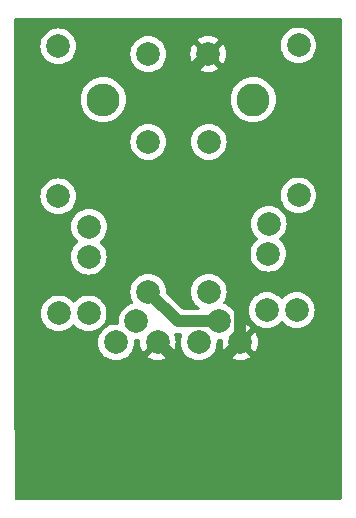
<source format=gbr>
%TF.GenerationSoftware,KiCad,Pcbnew,(7.0.0)*%
%TF.CreationDate,2023-03-16T10:54:00+00:00*%
%TF.ProjectId,kit-soldadura-pcb,6b69742d-736f-46c6-9461-647572612d70,rev?*%
%TF.SameCoordinates,Original*%
%TF.FileFunction,Copper,L1,Top*%
%TF.FilePolarity,Positive*%
%FSLAX46Y46*%
G04 Gerber Fmt 4.6, Leading zero omitted, Abs format (unit mm)*
G04 Created by KiCad (PCBNEW (7.0.0)) date 2023-03-16 10:54:00*
%MOMM*%
%LPD*%
G01*
G04 APERTURE LIST*
%TA.AperFunction,ComponentPad*%
%ADD10C,2.800000*%
%TD*%
%TA.AperFunction,ComponentPad*%
%ADD11O,2.800000X2.800000*%
%TD*%
%TA.AperFunction,ComponentPad*%
%ADD12C,2.000000*%
%TD*%
%TA.AperFunction,Conductor*%
%ADD13C,1.000000*%
%TD*%
G04 APERTURE END LIST*
D10*
%TO.P,D1,1,K*%
%TO.N,PWR*%
X155580000Y-83446137D03*
D11*
%TO.P,D1,2,A*%
%TO.N,Net-(D1-Pad2)*%
X142879999Y-83446136D03*
%TD*%
D12*
%TO.P,D2,1,K*%
%TO.N,Net-(D2-Pad1)*%
X141684268Y-94199069D03*
%TO.P,D2,2,A*%
%TO.N,PWR*%
X141650931Y-96739069D03*
%TD*%
%TO.P,D3,1,K*%
%TO.N,Net-(D3-Pad1)*%
X156899471Y-93946137D03*
%TO.P,D3,2,A*%
%TO.N,PWR*%
X156866134Y-96486137D03*
%TD*%
%TO.P,C2,1*%
%TO.N,Net-(C2-Pad1)*%
X159268394Y-101260000D03*
%TO.P,C2,2*%
%TO.N,Net-(C2-Pad2)*%
X156744119Y-101260000D03*
%TD*%
%TO.P,J1,1,Pin_1*%
%TO.N,Net-(D1-Pad2)*%
X146690000Y-79586137D03*
%TD*%
%TO.P,C1,1*%
%TO.N,Net-(C1-Pad1)*%
X139120803Y-101542872D03*
%TO.P,C1,2*%
%TO.N,Net-(C1-Pad2)*%
X141645078Y-101542872D03*
%TD*%
%TO.P,R1,1*%
%TO.N,Net-(D2-Pad1)*%
X139070000Y-78926137D03*
%TO.P,R1,2*%
%TO.N,Net-(C1-Pad1)*%
X139070000Y-91626137D03*
%TD*%
%TO.P,R3,1*%
%TO.N,PWR*%
X151813379Y-87022752D03*
%TO.P,R3,2*%
%TO.N,Net-(C2-Pad2)*%
X151813379Y-99722752D03*
%TD*%
%TO.P,Q2,1,B*%
%TO.N,Net-(C1-Pad2)*%
X152706691Y-102224500D03*
%TO.P,Q2,2,C*%
%TO.N,Net-(C2-Pad1)*%
X150974992Y-104001373D03*
%TO.P,Q2,3,E*%
%TO.N,GND*%
X154498622Y-103986316D03*
%TD*%
%TO.P,Q1,1,B*%
%TO.N,Net-(C2-Pad2)*%
X145697828Y-102224500D03*
%TO.P,Q1,2,C*%
%TO.N,Net-(C1-Pad1)*%
X143966129Y-104001373D03*
%TO.P,Q1,3,E*%
%TO.N,GND*%
X147489759Y-103986316D03*
%TD*%
%TO.P,R4,1*%
%TO.N,Net-(D3-Pad1)*%
X159415002Y-78850072D03*
%TO.P,R4,2*%
%TO.N,Net-(C2-Pad1)*%
X159415002Y-91550072D03*
%TD*%
%TO.P,J2,1,Pin_1*%
%TO.N,GND*%
X151770000Y-79586137D03*
%TD*%
%TO.P,R2,1*%
%TO.N,PWR*%
X146690000Y-87026775D03*
%TO.P,R2,2*%
%TO.N,Net-(C1-Pad2)*%
X146690000Y-99726775D03*
%TD*%
D13*
%TO.N,GND*%
X147489759Y-103986316D02*
X149683443Y-106180000D01*
X149683443Y-106180000D02*
X152304938Y-106180000D01*
X149230000Y-82126137D02*
X151770000Y-79586137D01*
X152304938Y-106180000D02*
X154498622Y-103986316D01*
X154498622Y-103986316D02*
X154498622Y-99214759D01*
X149230000Y-93946137D02*
X149230000Y-82126137D01*
X154498622Y-99214759D02*
X149230000Y-93946137D01*
%TO.N,Net-(C1-Pad2)*%
X149187725Y-102224500D02*
X152706691Y-102224500D01*
X146690000Y-99726775D02*
X149187725Y-102224500D01*
%TD*%
%TA.AperFunction,Conductor*%
%TO.N,GND*%
G36*
X162997000Y-76536881D02*
G01*
X163043119Y-76583000D01*
X163059999Y-76645998D01*
X163059959Y-95012350D01*
X163059910Y-117194102D01*
X163043022Y-117257115D01*
X162996884Y-117303236D01*
X162933864Y-117320102D01*
X135495833Y-117310193D01*
X135432862Y-117293302D01*
X135386763Y-117247198D01*
X135369879Y-117184224D01*
X135367008Y-105480744D01*
X135366645Y-104001373D01*
X142452964Y-104001373D01*
X142453352Y-104006303D01*
X142471205Y-104233150D01*
X142471206Y-104233158D01*
X142471594Y-104238084D01*
X142472748Y-104242892D01*
X142472749Y-104242896D01*
X142525868Y-104464154D01*
X142525869Y-104464159D01*
X142527024Y-104468967D01*
X142617889Y-104688336D01*
X142741953Y-104890789D01*
X142896160Y-105071342D01*
X142899915Y-105074549D01*
X143057706Y-105209316D01*
X143076713Y-105225549D01*
X143279166Y-105349613D01*
X143498535Y-105440478D01*
X143729418Y-105495908D01*
X143966129Y-105514538D01*
X144202840Y-105495908D01*
X144433723Y-105440478D01*
X144653092Y-105349613D01*
X144855545Y-105225549D01*
X144863289Y-105218935D01*
X146619942Y-105218935D01*
X146628045Y-105226881D01*
X146798803Y-105331522D01*
X146807598Y-105336003D01*
X147017746Y-105423049D01*
X147027132Y-105426099D01*
X147248313Y-105479200D01*
X147258059Y-105480744D01*
X147484829Y-105498591D01*
X147494689Y-105498591D01*
X147721458Y-105480744D01*
X147731204Y-105479200D01*
X147952385Y-105426099D01*
X147961771Y-105423049D01*
X148171921Y-105336002D01*
X148180716Y-105331521D01*
X148351467Y-105226884D01*
X148359573Y-105218935D01*
X148353546Y-105209313D01*
X147501488Y-104357255D01*
X147489758Y-104350483D01*
X147478030Y-104357254D01*
X146625967Y-105209316D01*
X146619942Y-105218935D01*
X144863289Y-105218935D01*
X145036098Y-105071342D01*
X145190305Y-104890789D01*
X145314369Y-104688336D01*
X145405234Y-104468967D01*
X145460664Y-104238084D01*
X145479294Y-104001373D01*
X145468622Y-103865783D01*
X145476022Y-103812291D01*
X145505139Y-103766805D01*
X145550624Y-103737689D01*
X145604121Y-103730290D01*
X145692887Y-103737277D01*
X145692898Y-103737277D01*
X145697828Y-103737665D01*
X145851454Y-103725574D01*
X145904950Y-103732974D01*
X145950435Y-103762090D01*
X145979552Y-103807575D01*
X145986952Y-103861071D01*
X145977484Y-103981385D01*
X145977484Y-103991246D01*
X145995330Y-104218015D01*
X145996874Y-104227761D01*
X146049975Y-104448942D01*
X146053025Y-104458328D01*
X146140071Y-104668476D01*
X146144552Y-104677271D01*
X146249192Y-104848028D01*
X146257138Y-104856131D01*
X146266758Y-104850105D01*
X147400663Y-103716200D01*
X147457147Y-103683588D01*
X147522369Y-103683588D01*
X147578853Y-103716200D01*
X148712756Y-104850103D01*
X148722378Y-104856130D01*
X148730327Y-104848024D01*
X148834964Y-104677273D01*
X148839445Y-104668478D01*
X148926492Y-104458328D01*
X148929542Y-104448942D01*
X148982643Y-104227761D01*
X148984187Y-104218015D01*
X149002034Y-103991246D01*
X149002034Y-103981386D01*
X148984187Y-103754616D01*
X148982643Y-103744870D01*
X148929542Y-103523689D01*
X148926492Y-103514303D01*
X148876461Y-103393516D01*
X148867818Y-103329874D01*
X148891666Y-103270240D01*
X148941810Y-103230108D01*
X149005217Y-103219905D01*
X149187725Y-103237880D01*
X149193888Y-103237273D01*
X149193889Y-103237273D01*
X149231113Y-103233607D01*
X149243462Y-103233000D01*
X149471901Y-103233000D01*
X149531297Y-103247878D01*
X149576666Y-103288998D01*
X149597294Y-103346650D01*
X149588310Y-103407218D01*
X149537781Y-103529205D01*
X149537778Y-103529211D01*
X149535887Y-103533779D01*
X149534733Y-103538582D01*
X149534731Y-103538591D01*
X149481612Y-103759849D01*
X149480457Y-103764662D01*
X149480069Y-103769585D01*
X149480068Y-103769595D01*
X149476708Y-103812291D01*
X149461827Y-104001373D01*
X149462215Y-104006303D01*
X149480068Y-104233150D01*
X149480069Y-104233158D01*
X149480457Y-104238084D01*
X149481611Y-104242892D01*
X149481612Y-104242896D01*
X149534731Y-104464154D01*
X149534732Y-104464159D01*
X149535887Y-104468967D01*
X149626752Y-104688336D01*
X149750816Y-104890789D01*
X149905023Y-105071342D01*
X149908778Y-105074549D01*
X150066569Y-105209316D01*
X150085576Y-105225549D01*
X150288029Y-105349613D01*
X150507398Y-105440478D01*
X150738281Y-105495908D01*
X150974992Y-105514538D01*
X151211703Y-105495908D01*
X151442586Y-105440478D01*
X151661955Y-105349613D01*
X151864408Y-105225549D01*
X151872152Y-105218935D01*
X153628805Y-105218935D01*
X153636908Y-105226881D01*
X153807666Y-105331522D01*
X153816461Y-105336003D01*
X154026609Y-105423049D01*
X154035995Y-105426099D01*
X154257176Y-105479200D01*
X154266922Y-105480744D01*
X154493692Y-105498591D01*
X154503552Y-105498591D01*
X154730321Y-105480744D01*
X154740067Y-105479200D01*
X154961248Y-105426099D01*
X154970634Y-105423049D01*
X155180784Y-105336002D01*
X155189579Y-105331521D01*
X155360330Y-105226884D01*
X155368436Y-105218935D01*
X155362409Y-105209313D01*
X154510351Y-104357255D01*
X154498621Y-104350483D01*
X154486893Y-104357254D01*
X153634830Y-105209316D01*
X153628805Y-105218935D01*
X151872152Y-105218935D01*
X152044961Y-105071342D01*
X152199168Y-104890789D01*
X152323232Y-104688336D01*
X152414097Y-104468967D01*
X152469527Y-104238084D01*
X152488157Y-104001373D01*
X152477485Y-103865783D01*
X152484885Y-103812291D01*
X152514002Y-103766805D01*
X152559487Y-103737689D01*
X152612984Y-103730290D01*
X152701750Y-103737277D01*
X152701761Y-103737277D01*
X152706691Y-103737665D01*
X152860317Y-103725574D01*
X152913813Y-103732974D01*
X152959298Y-103762090D01*
X152988415Y-103807575D01*
X152995815Y-103861071D01*
X152986347Y-103981385D01*
X152986347Y-103991246D01*
X153004193Y-104218015D01*
X153005737Y-104227761D01*
X153058838Y-104448942D01*
X153061888Y-104458328D01*
X153148934Y-104668476D01*
X153153415Y-104677271D01*
X153258055Y-104848028D01*
X153266001Y-104856131D01*
X153275621Y-104850105D01*
X154139412Y-103986315D01*
X154862789Y-103986315D01*
X154869561Y-103998045D01*
X155721619Y-104850103D01*
X155731241Y-104856130D01*
X155739190Y-104848024D01*
X155843827Y-104677273D01*
X155848308Y-104668478D01*
X155935355Y-104458328D01*
X155938405Y-104448942D01*
X155991506Y-104227761D01*
X155993050Y-104218015D01*
X156010897Y-103991246D01*
X156010897Y-103981386D01*
X155993050Y-103754616D01*
X155991506Y-103744870D01*
X155938405Y-103523689D01*
X155935355Y-103514303D01*
X155848309Y-103304155D01*
X155843828Y-103295360D01*
X155739187Y-103124602D01*
X155731241Y-103116499D01*
X155721622Y-103122524D01*
X154869560Y-103974587D01*
X154862789Y-103986315D01*
X154139412Y-103986315D01*
X154498622Y-103627106D01*
X154498621Y-103627106D01*
X155362413Y-102763313D01*
X155368438Y-102753695D01*
X155360334Y-102745749D01*
X155189577Y-102641109D01*
X155180782Y-102636628D01*
X154970634Y-102549582D01*
X154961248Y-102546532D01*
X154740067Y-102493431D01*
X154730321Y-102491887D01*
X154503552Y-102474041D01*
X154493691Y-102474041D01*
X154345459Y-102485706D01*
X154291962Y-102478306D01*
X154246478Y-102449189D01*
X154217362Y-102403704D01*
X154209962Y-102350208D01*
X154211851Y-102326214D01*
X154219856Y-102224500D01*
X154201226Y-101987789D01*
X154145796Y-101756906D01*
X154054931Y-101537537D01*
X153930867Y-101335084D01*
X153906164Y-101306161D01*
X153866739Y-101260000D01*
X155230954Y-101260000D01*
X155231342Y-101264930D01*
X155249195Y-101491777D01*
X155249196Y-101491785D01*
X155249584Y-101496711D01*
X155250738Y-101501519D01*
X155250739Y-101501523D01*
X155303858Y-101722781D01*
X155303859Y-101722786D01*
X155305014Y-101727594D01*
X155306907Y-101732164D01*
X155306908Y-101732167D01*
X155348806Y-101833317D01*
X155395879Y-101946963D01*
X155519943Y-102149416D01*
X155523150Y-102153171D01*
X155523153Y-102153175D01*
X155628607Y-102276645D01*
X155674150Y-102329969D01*
X155677905Y-102333176D01*
X155821538Y-102455851D01*
X155854703Y-102484176D01*
X156057156Y-102608240D01*
X156276525Y-102699105D01*
X156507408Y-102754535D01*
X156744119Y-102773165D01*
X156980830Y-102754535D01*
X157211713Y-102699105D01*
X157431082Y-102608240D01*
X157633535Y-102484176D01*
X157814088Y-102329969D01*
X157910448Y-102217145D01*
X157953504Y-102184553D01*
X158006256Y-102172979D01*
X158059007Y-102184553D01*
X158102067Y-102217149D01*
X158195211Y-102326207D01*
X158195217Y-102326213D01*
X158198425Y-102329969D01*
X158202180Y-102333176D01*
X158345813Y-102455851D01*
X158378978Y-102484176D01*
X158581431Y-102608240D01*
X158800800Y-102699105D01*
X159031683Y-102754535D01*
X159268394Y-102773165D01*
X159505105Y-102754535D01*
X159735988Y-102699105D01*
X159955357Y-102608240D01*
X160157810Y-102484176D01*
X160338363Y-102329969D01*
X160492570Y-102149416D01*
X160616634Y-101946963D01*
X160707499Y-101727594D01*
X160762929Y-101496711D01*
X160781559Y-101260000D01*
X160762929Y-101023289D01*
X160707499Y-100792406D01*
X160616634Y-100573037D01*
X160492570Y-100370584D01*
X160472444Y-100347020D01*
X160341570Y-100193786D01*
X160338363Y-100190031D01*
X160237361Y-100103767D01*
X160161569Y-100039034D01*
X160161565Y-100039031D01*
X160157810Y-100035824D01*
X159955357Y-99911760D01*
X159735988Y-99820895D01*
X159731180Y-99819740D01*
X159731175Y-99819739D01*
X159509917Y-99766620D01*
X159509913Y-99766619D01*
X159505105Y-99765465D01*
X159500179Y-99765077D01*
X159500171Y-99765076D01*
X159273324Y-99747223D01*
X159268394Y-99746835D01*
X159263464Y-99747223D01*
X159036616Y-99765076D01*
X159036606Y-99765077D01*
X159031683Y-99765465D01*
X159026876Y-99766619D01*
X159026870Y-99766620D01*
X158805612Y-99819739D01*
X158805603Y-99819741D01*
X158800800Y-99820895D01*
X158796232Y-99822786D01*
X158796226Y-99822789D01*
X158586005Y-99909865D01*
X158586000Y-99909867D01*
X158581431Y-99911760D01*
X158577211Y-99914345D01*
X158577211Y-99914346D01*
X158383192Y-100033241D01*
X158383186Y-100033245D01*
X158378978Y-100035824D01*
X158375228Y-100039026D01*
X158375218Y-100039034D01*
X158202180Y-100186823D01*
X158202173Y-100186829D01*
X158198425Y-100190031D01*
X158195223Y-100193779D01*
X158195217Y-100193786D01*
X158102067Y-100302851D01*
X158059007Y-100335446D01*
X158006256Y-100347020D01*
X157953505Y-100335446D01*
X157910445Y-100302850D01*
X157817301Y-100193792D01*
X157817295Y-100193786D01*
X157814088Y-100190031D01*
X157713086Y-100103767D01*
X157637294Y-100039034D01*
X157637290Y-100039031D01*
X157633535Y-100035824D01*
X157431082Y-99911760D01*
X157211713Y-99820895D01*
X157206905Y-99819740D01*
X157206900Y-99819739D01*
X156985642Y-99766620D01*
X156985638Y-99766619D01*
X156980830Y-99765465D01*
X156975904Y-99765077D01*
X156975896Y-99765076D01*
X156749049Y-99747223D01*
X156744119Y-99746835D01*
X156739189Y-99747223D01*
X156512341Y-99765076D01*
X156512331Y-99765077D01*
X156507408Y-99765465D01*
X156502601Y-99766619D01*
X156502595Y-99766620D01*
X156281337Y-99819739D01*
X156281328Y-99819741D01*
X156276525Y-99820895D01*
X156271957Y-99822786D01*
X156271951Y-99822789D01*
X156061730Y-99909865D01*
X156061725Y-99909867D01*
X156057156Y-99911760D01*
X156052936Y-99914345D01*
X156052936Y-99914346D01*
X155858917Y-100033241D01*
X155858911Y-100033245D01*
X155854703Y-100035824D01*
X155850953Y-100039026D01*
X155850943Y-100039034D01*
X155677905Y-100186823D01*
X155677898Y-100186829D01*
X155674150Y-100190031D01*
X155670948Y-100193779D01*
X155670942Y-100193786D01*
X155523153Y-100366824D01*
X155523145Y-100366834D01*
X155519943Y-100370584D01*
X155517364Y-100374792D01*
X155517360Y-100374798D01*
X155399873Y-100566519D01*
X155395879Y-100573037D01*
X155393986Y-100577606D01*
X155393984Y-100577611D01*
X155306908Y-100787832D01*
X155306905Y-100787838D01*
X155305014Y-100792406D01*
X155303860Y-100797209D01*
X155303858Y-100797218D01*
X155250739Y-101018476D01*
X155249584Y-101023289D01*
X155249196Y-101028212D01*
X155249195Y-101028222D01*
X155235172Y-101206409D01*
X155230954Y-101260000D01*
X153866739Y-101260000D01*
X153779867Y-101158286D01*
X153776660Y-101154531D01*
X153678849Y-101070992D01*
X153599866Y-101003534D01*
X153599862Y-101003531D01*
X153596107Y-101000324D01*
X153393654Y-100876260D01*
X153334334Y-100851689D01*
X153178858Y-100787289D01*
X153178855Y-100787288D01*
X153174285Y-100785395D01*
X153169478Y-100784241D01*
X153169463Y-100784236D01*
X153131183Y-100775046D01*
X153078767Y-100748339D01*
X153044189Y-100700745D01*
X153034986Y-100642641D01*
X153053165Y-100586694D01*
X153161619Y-100409715D01*
X153252484Y-100190346D01*
X153307914Y-99959463D01*
X153326544Y-99722752D01*
X153307914Y-99486041D01*
X153252484Y-99255158D01*
X153161619Y-99035789D01*
X153037555Y-98833336D01*
X152883348Y-98652783D01*
X152711264Y-98505809D01*
X152706554Y-98501786D01*
X152706550Y-98501783D01*
X152702795Y-98498576D01*
X152500342Y-98374512D01*
X152295258Y-98289564D01*
X152285546Y-98285541D01*
X152285543Y-98285540D01*
X152280973Y-98283647D01*
X152276165Y-98282492D01*
X152276160Y-98282491D01*
X152054902Y-98229372D01*
X152054898Y-98229371D01*
X152050090Y-98228217D01*
X152045164Y-98227829D01*
X152045156Y-98227828D01*
X151818309Y-98209975D01*
X151813379Y-98209587D01*
X151808449Y-98209975D01*
X151581601Y-98227828D01*
X151581591Y-98227829D01*
X151576668Y-98228217D01*
X151571861Y-98229371D01*
X151571855Y-98229372D01*
X151350597Y-98282491D01*
X151350588Y-98282493D01*
X151345785Y-98283647D01*
X151341217Y-98285538D01*
X151341211Y-98285541D01*
X151130990Y-98372617D01*
X151130985Y-98372619D01*
X151126416Y-98374512D01*
X151122196Y-98377097D01*
X151122196Y-98377098D01*
X150928177Y-98495993D01*
X150928171Y-98495997D01*
X150923963Y-98498576D01*
X150920213Y-98501778D01*
X150920203Y-98501786D01*
X150747165Y-98649575D01*
X150747158Y-98649581D01*
X150743410Y-98652783D01*
X150740208Y-98656531D01*
X150740202Y-98656538D01*
X150592413Y-98829576D01*
X150592405Y-98829586D01*
X150589203Y-98833336D01*
X150586624Y-98837544D01*
X150586620Y-98837550D01*
X150584155Y-98841573D01*
X150465139Y-99035789D01*
X150463246Y-99040358D01*
X150463244Y-99040363D01*
X150376168Y-99250584D01*
X150376165Y-99250590D01*
X150374274Y-99255158D01*
X150373120Y-99259961D01*
X150373118Y-99259970D01*
X150319999Y-99481228D01*
X150318844Y-99486041D01*
X150318456Y-99490964D01*
X150318455Y-99490974D01*
X150300602Y-99717822D01*
X150300214Y-99722752D01*
X150300602Y-99727682D01*
X150318455Y-99954529D01*
X150318456Y-99954537D01*
X150318844Y-99959463D01*
X150319998Y-99964271D01*
X150319999Y-99964275D01*
X150373118Y-100185533D01*
X150373119Y-100185538D01*
X150374274Y-100190346D01*
X150376167Y-100194916D01*
X150376168Y-100194919D01*
X150420874Y-100302850D01*
X150465139Y-100409715D01*
X150589203Y-100612168D01*
X150592410Y-100615923D01*
X150592413Y-100615927D01*
X150688274Y-100728165D01*
X150743410Y-100792721D01*
X150747165Y-100795928D01*
X150817393Y-100855909D01*
X150923963Y-100946928D01*
X150928184Y-100949515D01*
X150928186Y-100949516D01*
X150982120Y-100982568D01*
X151026700Y-101029299D01*
X151042269Y-101091979D01*
X151024738Y-101154139D01*
X150978713Y-101199448D01*
X150916285Y-101216000D01*
X149657650Y-101216000D01*
X149609432Y-101206409D01*
X149568555Y-101179095D01*
X148237896Y-99848437D01*
X148208778Y-99802950D01*
X148201380Y-99749450D01*
X148201556Y-99747223D01*
X148203165Y-99726775D01*
X148184535Y-99490064D01*
X148129105Y-99259181D01*
X148038240Y-99039812D01*
X147914176Y-98837359D01*
X147759969Y-98656806D01*
X147751503Y-98649575D01*
X147583175Y-98505809D01*
X147583171Y-98505806D01*
X147579416Y-98502599D01*
X147376963Y-98378535D01*
X147157594Y-98287670D01*
X147152786Y-98286515D01*
X147152781Y-98286514D01*
X146931523Y-98233395D01*
X146931519Y-98233394D01*
X146926711Y-98232240D01*
X146921785Y-98231852D01*
X146921777Y-98231851D01*
X146694930Y-98213998D01*
X146690000Y-98213610D01*
X146685070Y-98213998D01*
X146458222Y-98231851D01*
X146458212Y-98231852D01*
X146453289Y-98232240D01*
X146448482Y-98233394D01*
X146448476Y-98233395D01*
X146227218Y-98286514D01*
X146227209Y-98286516D01*
X146222406Y-98287670D01*
X146217838Y-98289561D01*
X146217832Y-98289564D01*
X146007611Y-98376640D01*
X146007606Y-98376642D01*
X146003037Y-98378535D01*
X145998817Y-98381120D01*
X145998817Y-98381121D01*
X145804798Y-98500016D01*
X145804792Y-98500020D01*
X145800584Y-98502599D01*
X145796834Y-98505801D01*
X145796824Y-98505809D01*
X145623786Y-98653598D01*
X145623779Y-98653604D01*
X145620031Y-98656806D01*
X145616829Y-98660554D01*
X145616823Y-98660561D01*
X145469034Y-98833599D01*
X145469026Y-98833609D01*
X145465824Y-98837359D01*
X145463245Y-98841567D01*
X145463241Y-98841573D01*
X145346811Y-99031569D01*
X145341760Y-99039812D01*
X145339867Y-99044381D01*
X145339865Y-99044386D01*
X145252789Y-99254607D01*
X145252786Y-99254613D01*
X145250895Y-99259181D01*
X145249741Y-99263984D01*
X145249739Y-99263993D01*
X145197586Y-99481228D01*
X145195465Y-99490064D01*
X145195077Y-99494987D01*
X145195076Y-99494997D01*
X145177540Y-99717822D01*
X145176835Y-99726775D01*
X145177223Y-99731705D01*
X145195076Y-99958552D01*
X145195077Y-99958560D01*
X145195465Y-99963486D01*
X145196619Y-99968294D01*
X145196620Y-99968298D01*
X145249739Y-100189556D01*
X145249740Y-100189561D01*
X145250895Y-100194369D01*
X145341760Y-100413738D01*
X145344342Y-100417952D01*
X145344350Y-100417967D01*
X145435384Y-100566519D01*
X145453564Y-100622468D01*
X145444361Y-100680572D01*
X145409783Y-100728165D01*
X145357366Y-100754873D01*
X145235046Y-100784239D01*
X145235037Y-100784241D01*
X145230234Y-100785395D01*
X145225666Y-100787286D01*
X145225660Y-100787289D01*
X145015439Y-100874365D01*
X145015434Y-100874367D01*
X145010865Y-100876260D01*
X145006645Y-100878845D01*
X145006645Y-100878846D01*
X144812626Y-100997741D01*
X144812620Y-100997745D01*
X144808412Y-101000324D01*
X144804662Y-101003526D01*
X144804652Y-101003534D01*
X144631614Y-101151323D01*
X144631607Y-101151329D01*
X144627859Y-101154531D01*
X144624657Y-101158279D01*
X144624651Y-101158286D01*
X144476862Y-101331324D01*
X144476854Y-101331334D01*
X144473652Y-101335084D01*
X144471073Y-101339292D01*
X144471069Y-101339298D01*
X144352174Y-101533317D01*
X144349588Y-101537537D01*
X144347695Y-101542106D01*
X144347693Y-101542111D01*
X144260617Y-101752332D01*
X144260614Y-101752338D01*
X144258723Y-101756906D01*
X144257569Y-101761709D01*
X144257567Y-101761718D01*
X144205622Y-101978086D01*
X144203293Y-101987789D01*
X144202905Y-101992712D01*
X144202904Y-101992722D01*
X144188718Y-102172979D01*
X144184663Y-102224500D01*
X144185051Y-102229430D01*
X144195334Y-102360085D01*
X144187934Y-102413582D01*
X144158817Y-102459066D01*
X144113333Y-102488183D01*
X144059836Y-102495583D01*
X143971059Y-102488596D01*
X143966129Y-102488208D01*
X143961199Y-102488596D01*
X143734351Y-102506449D01*
X143734341Y-102506450D01*
X143729418Y-102506838D01*
X143724611Y-102507992D01*
X143724605Y-102507993D01*
X143503347Y-102561112D01*
X143503338Y-102561114D01*
X143498535Y-102562268D01*
X143493967Y-102564159D01*
X143493961Y-102564162D01*
X143283740Y-102651238D01*
X143283735Y-102651240D01*
X143279166Y-102653133D01*
X143274946Y-102655718D01*
X143274946Y-102655719D01*
X143080927Y-102774614D01*
X143080921Y-102774618D01*
X143076713Y-102777197D01*
X143072963Y-102780399D01*
X143072953Y-102780407D01*
X142899915Y-102928196D01*
X142899908Y-102928202D01*
X142896160Y-102931404D01*
X142892958Y-102935152D01*
X142892952Y-102935159D01*
X142745163Y-103108197D01*
X142745155Y-103108207D01*
X142741953Y-103111957D01*
X142739374Y-103116165D01*
X142739370Y-103116171D01*
X142630109Y-103294469D01*
X142617889Y-103314410D01*
X142615996Y-103318979D01*
X142615994Y-103318984D01*
X142528918Y-103529205D01*
X142528915Y-103529211D01*
X142527024Y-103533779D01*
X142525870Y-103538582D01*
X142525868Y-103538591D01*
X142472749Y-103759849D01*
X142471594Y-103764662D01*
X142471206Y-103769585D01*
X142471205Y-103769595D01*
X142467845Y-103812291D01*
X142452964Y-104001373D01*
X135366645Y-104001373D01*
X135366042Y-101542872D01*
X137607638Y-101542872D01*
X137608026Y-101547802D01*
X137625879Y-101774649D01*
X137625880Y-101774657D01*
X137626268Y-101779583D01*
X137627422Y-101784391D01*
X137627423Y-101784395D01*
X137680542Y-102005653D01*
X137680543Y-102005658D01*
X137681698Y-102010466D01*
X137772563Y-102229835D01*
X137896627Y-102432288D01*
X137899834Y-102436043D01*
X137899837Y-102436047D01*
X138009258Y-102564162D01*
X138050834Y-102612841D01*
X138054589Y-102616048D01*
X138227013Y-102763313D01*
X138231387Y-102767048D01*
X138433840Y-102891112D01*
X138653209Y-102981977D01*
X138884092Y-103037407D01*
X139120803Y-103056037D01*
X139357514Y-103037407D01*
X139588397Y-102981977D01*
X139807766Y-102891112D01*
X140010219Y-102767048D01*
X140190772Y-102612841D01*
X140287132Y-102500017D01*
X140330188Y-102467425D01*
X140382940Y-102455851D01*
X140435691Y-102467425D01*
X140478751Y-102500021D01*
X140571895Y-102609079D01*
X140571901Y-102609085D01*
X140575109Y-102612841D01*
X140578864Y-102616048D01*
X140751288Y-102763313D01*
X140755662Y-102767048D01*
X140958115Y-102891112D01*
X141177484Y-102981977D01*
X141408367Y-103037407D01*
X141645078Y-103056037D01*
X141881789Y-103037407D01*
X142112672Y-102981977D01*
X142332041Y-102891112D01*
X142534494Y-102767048D01*
X142715047Y-102612841D01*
X142869254Y-102432288D01*
X142993318Y-102229835D01*
X143084183Y-102010466D01*
X143139613Y-101779583D01*
X143158243Y-101542872D01*
X143139613Y-101306161D01*
X143084183Y-101075278D01*
X142993318Y-100855909D01*
X142869254Y-100653456D01*
X142849128Y-100629892D01*
X142718254Y-100476658D01*
X142715047Y-100472903D01*
X142667778Y-100432531D01*
X142538253Y-100321906D01*
X142538249Y-100321903D01*
X142534494Y-100318696D01*
X142332041Y-100194632D01*
X142112672Y-100103767D01*
X142107864Y-100102612D01*
X142107859Y-100102611D01*
X141886601Y-100049492D01*
X141886597Y-100049491D01*
X141881789Y-100048337D01*
X141876863Y-100047949D01*
X141876855Y-100047948D01*
X141650008Y-100030095D01*
X141645078Y-100029707D01*
X141640148Y-100030095D01*
X141413300Y-100047948D01*
X141413290Y-100047949D01*
X141408367Y-100048337D01*
X141403560Y-100049491D01*
X141403554Y-100049492D01*
X141182296Y-100102611D01*
X141182287Y-100102613D01*
X141177484Y-100103767D01*
X141172916Y-100105658D01*
X141172910Y-100105661D01*
X140962689Y-100192737D01*
X140962684Y-100192739D01*
X140958115Y-100194632D01*
X140953895Y-100197217D01*
X140953895Y-100197218D01*
X140759876Y-100316113D01*
X140759870Y-100316117D01*
X140755662Y-100318696D01*
X140751912Y-100321898D01*
X140751902Y-100321906D01*
X140578864Y-100469695D01*
X140578857Y-100469701D01*
X140575109Y-100472903D01*
X140571907Y-100476651D01*
X140571901Y-100476658D01*
X140478751Y-100585723D01*
X140435691Y-100618318D01*
X140382940Y-100629892D01*
X140330189Y-100618318D01*
X140287129Y-100585722D01*
X140193985Y-100476664D01*
X140193979Y-100476658D01*
X140190772Y-100472903D01*
X140143503Y-100432531D01*
X140013978Y-100321906D01*
X140013974Y-100321903D01*
X140010219Y-100318696D01*
X139807766Y-100194632D01*
X139588397Y-100103767D01*
X139583589Y-100102612D01*
X139583584Y-100102611D01*
X139362326Y-100049492D01*
X139362322Y-100049491D01*
X139357514Y-100048337D01*
X139352588Y-100047949D01*
X139352580Y-100047948D01*
X139125733Y-100030095D01*
X139120803Y-100029707D01*
X139115873Y-100030095D01*
X138889025Y-100047948D01*
X138889015Y-100047949D01*
X138884092Y-100048337D01*
X138879285Y-100049491D01*
X138879279Y-100049492D01*
X138658021Y-100102611D01*
X138658012Y-100102613D01*
X138653209Y-100103767D01*
X138648641Y-100105658D01*
X138648635Y-100105661D01*
X138438414Y-100192737D01*
X138438409Y-100192739D01*
X138433840Y-100194632D01*
X138429620Y-100197217D01*
X138429620Y-100197218D01*
X138235601Y-100316113D01*
X138235595Y-100316117D01*
X138231387Y-100318696D01*
X138227637Y-100321898D01*
X138227627Y-100321906D01*
X138054589Y-100469695D01*
X138054582Y-100469701D01*
X138050834Y-100472903D01*
X138047632Y-100476651D01*
X138047626Y-100476658D01*
X137899837Y-100649696D01*
X137899829Y-100649706D01*
X137896627Y-100653456D01*
X137894048Y-100657664D01*
X137894044Y-100657670D01*
X137808529Y-100797218D01*
X137772563Y-100855909D01*
X137770670Y-100860478D01*
X137770668Y-100860483D01*
X137683592Y-101070704D01*
X137683589Y-101070710D01*
X137681698Y-101075278D01*
X137680544Y-101080081D01*
X137680542Y-101080090D01*
X137627423Y-101301348D01*
X137626268Y-101306161D01*
X137625880Y-101311084D01*
X137625879Y-101311094D01*
X137613843Y-101464035D01*
X137607638Y-101542872D01*
X135366042Y-101542872D01*
X135364864Y-96739069D01*
X140137766Y-96739069D01*
X140138154Y-96743999D01*
X140156007Y-96970846D01*
X140156008Y-96970854D01*
X140156396Y-96975780D01*
X140157550Y-96980588D01*
X140157551Y-96980592D01*
X140210670Y-97201850D01*
X140210671Y-97201855D01*
X140211826Y-97206663D01*
X140302691Y-97426032D01*
X140426755Y-97628485D01*
X140429962Y-97632240D01*
X140429965Y-97632244D01*
X140498848Y-97712895D01*
X140580962Y-97809038D01*
X140584717Y-97812245D01*
X140718371Y-97926397D01*
X140761515Y-97963245D01*
X140963968Y-98087309D01*
X141183337Y-98178174D01*
X141414220Y-98233604D01*
X141650931Y-98252234D01*
X141887642Y-98233604D01*
X142118525Y-98178174D01*
X142337894Y-98087309D01*
X142540347Y-97963245D01*
X142720900Y-97809038D01*
X142875107Y-97628485D01*
X142999171Y-97426032D01*
X143090036Y-97206663D01*
X143145466Y-96975780D01*
X143164096Y-96739069D01*
X143145466Y-96502358D01*
X143141572Y-96486137D01*
X155352969Y-96486137D01*
X155353357Y-96491067D01*
X155371210Y-96717914D01*
X155371211Y-96717922D01*
X155371599Y-96722848D01*
X155372753Y-96727656D01*
X155372754Y-96727660D01*
X155425873Y-96948918D01*
X155425874Y-96948923D01*
X155427029Y-96953731D01*
X155517894Y-97173100D01*
X155641958Y-97375553D01*
X155645165Y-97379308D01*
X155645168Y-97379312D01*
X155792957Y-97552350D01*
X155796165Y-97556106D01*
X155976718Y-97710313D01*
X156179171Y-97834377D01*
X156398540Y-97925242D01*
X156629423Y-97980672D01*
X156866134Y-97999302D01*
X157102845Y-97980672D01*
X157333728Y-97925242D01*
X157553097Y-97834377D01*
X157755550Y-97710313D01*
X157936103Y-97556106D01*
X158090310Y-97375553D01*
X158214374Y-97173100D01*
X158305239Y-96953731D01*
X158360669Y-96722848D01*
X158379299Y-96486137D01*
X158360669Y-96249426D01*
X158305239Y-96018543D01*
X158214374Y-95799174D01*
X158090310Y-95596721D01*
X157993443Y-95483305D01*
X157939310Y-95419923D01*
X157936103Y-95416168D01*
X157932347Y-95412960D01*
X157932341Y-95412954D01*
X157830746Y-95326184D01*
X157798150Y-95283124D01*
X157786576Y-95230373D01*
X157798150Y-95177622D01*
X157830746Y-95134562D01*
X157965678Y-95019319D01*
X157965677Y-95019319D01*
X157969440Y-95016106D01*
X158123647Y-94835553D01*
X158247711Y-94633100D01*
X158338576Y-94413731D01*
X158394006Y-94182848D01*
X158412636Y-93946137D01*
X158394006Y-93709426D01*
X158338576Y-93478543D01*
X158247711Y-93259174D01*
X158123647Y-93056721D01*
X158112313Y-93043451D01*
X157972647Y-92879923D01*
X157969440Y-92876168D01*
X157935408Y-92847102D01*
X157792646Y-92725171D01*
X157792642Y-92725168D01*
X157788887Y-92721961D01*
X157586434Y-92597897D01*
X157367065Y-92507032D01*
X157362257Y-92505877D01*
X157362252Y-92505876D01*
X157140994Y-92452757D01*
X157140990Y-92452756D01*
X157136182Y-92451602D01*
X157131256Y-92451214D01*
X157131248Y-92451213D01*
X156904401Y-92433360D01*
X156899471Y-92432972D01*
X156894541Y-92433360D01*
X156667693Y-92451213D01*
X156667683Y-92451214D01*
X156662760Y-92451602D01*
X156657953Y-92452756D01*
X156657947Y-92452757D01*
X156436689Y-92505876D01*
X156436680Y-92505878D01*
X156431877Y-92507032D01*
X156427309Y-92508923D01*
X156427303Y-92508926D01*
X156217082Y-92596002D01*
X156217077Y-92596004D01*
X156212508Y-92597897D01*
X156208288Y-92600482D01*
X156208288Y-92600483D01*
X156014269Y-92719378D01*
X156014263Y-92719382D01*
X156010055Y-92721961D01*
X156006305Y-92725163D01*
X156006295Y-92725171D01*
X155833257Y-92872960D01*
X155833250Y-92872966D01*
X155829502Y-92876168D01*
X155826300Y-92879916D01*
X155826294Y-92879923D01*
X155678505Y-93052961D01*
X155678497Y-93052971D01*
X155675295Y-93056721D01*
X155672716Y-93060929D01*
X155672712Y-93060935D01*
X155624689Y-93139302D01*
X155551231Y-93259174D01*
X155549338Y-93263743D01*
X155549336Y-93263748D01*
X155462260Y-93473969D01*
X155462257Y-93473975D01*
X155460366Y-93478543D01*
X155459212Y-93483346D01*
X155459210Y-93483355D01*
X155406091Y-93704613D01*
X155404936Y-93709426D01*
X155404548Y-93714349D01*
X155404547Y-93714359D01*
X155386694Y-93941207D01*
X155386306Y-93946137D01*
X155386694Y-93951067D01*
X155404547Y-94177914D01*
X155404548Y-94177922D01*
X155404936Y-94182848D01*
X155406090Y-94187656D01*
X155406091Y-94187660D01*
X155459210Y-94408918D01*
X155459211Y-94408923D01*
X155460366Y-94413731D01*
X155551231Y-94633100D01*
X155675295Y-94835553D01*
X155678502Y-94839308D01*
X155678505Y-94839312D01*
X155826294Y-95012350D01*
X155829502Y-95016106D01*
X155833257Y-95019313D01*
X155833263Y-95019319D01*
X155934858Y-95106089D01*
X155967454Y-95149149D01*
X155979028Y-95201900D01*
X155967454Y-95254651D01*
X155934859Y-95297711D01*
X155799920Y-95412960D01*
X155799913Y-95412966D01*
X155796165Y-95416168D01*
X155792963Y-95419916D01*
X155792957Y-95419923D01*
X155645168Y-95592961D01*
X155645160Y-95592971D01*
X155641958Y-95596721D01*
X155639379Y-95600929D01*
X155639375Y-95600935D01*
X155520480Y-95794954D01*
X155517894Y-95799174D01*
X155516001Y-95803743D01*
X155515999Y-95803748D01*
X155428923Y-96013969D01*
X155428920Y-96013975D01*
X155427029Y-96018543D01*
X155425875Y-96023346D01*
X155425873Y-96023355D01*
X155372754Y-96244613D01*
X155371599Y-96249426D01*
X155371211Y-96254349D01*
X155371210Y-96254359D01*
X155353357Y-96481207D01*
X155352969Y-96486137D01*
X143141572Y-96486137D01*
X143090036Y-96271475D01*
X142999171Y-96052106D01*
X142875107Y-95849653D01*
X142835900Y-95803748D01*
X142724107Y-95672855D01*
X142720900Y-95669100D01*
X142717144Y-95665892D01*
X142717138Y-95665886D01*
X142615543Y-95579116D01*
X142582947Y-95536056D01*
X142571373Y-95483305D01*
X142582947Y-95430554D01*
X142615543Y-95387494D01*
X142750475Y-95272251D01*
X142750474Y-95272251D01*
X142754237Y-95269038D01*
X142908444Y-95088485D01*
X143032508Y-94886032D01*
X143123373Y-94666663D01*
X143178803Y-94435780D01*
X143197433Y-94199069D01*
X143178803Y-93962358D01*
X143123373Y-93731475D01*
X143032508Y-93512106D01*
X142908444Y-93309653D01*
X142869237Y-93263748D01*
X142757444Y-93132855D01*
X142754237Y-93129100D01*
X142743016Y-93119516D01*
X142577443Y-92978103D01*
X142577439Y-92978100D01*
X142573684Y-92974893D01*
X142371231Y-92850829D01*
X142351708Y-92842742D01*
X142156435Y-92761858D01*
X142156432Y-92761857D01*
X142151862Y-92759964D01*
X142147054Y-92758809D01*
X142147049Y-92758808D01*
X141925791Y-92705689D01*
X141925787Y-92705688D01*
X141920979Y-92704534D01*
X141916053Y-92704146D01*
X141916045Y-92704145D01*
X141689198Y-92686292D01*
X141684268Y-92685904D01*
X141679338Y-92686292D01*
X141452490Y-92704145D01*
X141452480Y-92704146D01*
X141447557Y-92704534D01*
X141442750Y-92705688D01*
X141442744Y-92705689D01*
X141221486Y-92758808D01*
X141221477Y-92758810D01*
X141216674Y-92759964D01*
X141212106Y-92761855D01*
X141212100Y-92761858D01*
X141001879Y-92848934D01*
X141001874Y-92848936D01*
X140997305Y-92850829D01*
X140993085Y-92853414D01*
X140993085Y-92853415D01*
X140799066Y-92972310D01*
X140799060Y-92972314D01*
X140794852Y-92974893D01*
X140791102Y-92978095D01*
X140791092Y-92978103D01*
X140618054Y-93125892D01*
X140618047Y-93125898D01*
X140614299Y-93129100D01*
X140611097Y-93132848D01*
X140611091Y-93132855D01*
X140463302Y-93305893D01*
X140463294Y-93305903D01*
X140460092Y-93309653D01*
X140457513Y-93313861D01*
X140457509Y-93313867D01*
X140353647Y-93483355D01*
X140336028Y-93512106D01*
X140334135Y-93516675D01*
X140334133Y-93516680D01*
X140247057Y-93726901D01*
X140247054Y-93726907D01*
X140245163Y-93731475D01*
X140244009Y-93736278D01*
X140244007Y-93736287D01*
X140190888Y-93957545D01*
X140189733Y-93962358D01*
X140189345Y-93967281D01*
X140189344Y-93967291D01*
X140172768Y-94177914D01*
X140171103Y-94199069D01*
X140171491Y-94203999D01*
X140189344Y-94430846D01*
X140189345Y-94430854D01*
X140189733Y-94435780D01*
X140190887Y-94440588D01*
X140190888Y-94440592D01*
X140244007Y-94661850D01*
X140244008Y-94661855D01*
X140245163Y-94666663D01*
X140336028Y-94886032D01*
X140460092Y-95088485D01*
X140463299Y-95092240D01*
X140463302Y-95092244D01*
X140560393Y-95205922D01*
X140614299Y-95269038D01*
X140618054Y-95272245D01*
X140618060Y-95272251D01*
X140719655Y-95359021D01*
X140752251Y-95402081D01*
X140763825Y-95454832D01*
X140752251Y-95507583D01*
X140719656Y-95550643D01*
X140584717Y-95665892D01*
X140584710Y-95665898D01*
X140580962Y-95669100D01*
X140577760Y-95672848D01*
X140577754Y-95672855D01*
X140429965Y-95845893D01*
X140429957Y-95845903D01*
X140426755Y-95849653D01*
X140424176Y-95853861D01*
X140424172Y-95853867D01*
X140320310Y-96023355D01*
X140302691Y-96052106D01*
X140300798Y-96056675D01*
X140300796Y-96056680D01*
X140213720Y-96266901D01*
X140213717Y-96266907D01*
X140211826Y-96271475D01*
X140210672Y-96276278D01*
X140210670Y-96276287D01*
X140157551Y-96497545D01*
X140156396Y-96502358D01*
X140156008Y-96507281D01*
X140156007Y-96507291D01*
X140139431Y-96717914D01*
X140137766Y-96739069D01*
X135364864Y-96739069D01*
X135363610Y-91626137D01*
X137556835Y-91626137D01*
X137557223Y-91631067D01*
X137575076Y-91857914D01*
X137575077Y-91857922D01*
X137575465Y-91862848D01*
X137576619Y-91867656D01*
X137576620Y-91867660D01*
X137629739Y-92088918D01*
X137629740Y-92088923D01*
X137630895Y-92093731D01*
X137721760Y-92313100D01*
X137845824Y-92515553D01*
X138000031Y-92696106D01*
X138009899Y-92704534D01*
X138094546Y-92776830D01*
X138180584Y-92850313D01*
X138383037Y-92974377D01*
X138602406Y-93065242D01*
X138833289Y-93120672D01*
X139070000Y-93139302D01*
X139306711Y-93120672D01*
X139537594Y-93065242D01*
X139756963Y-92974377D01*
X139959416Y-92850313D01*
X140139969Y-92696106D01*
X140294176Y-92515553D01*
X140418240Y-92313100D01*
X140509105Y-92093731D01*
X140564535Y-91862848D01*
X140583165Y-91626137D01*
X140577178Y-91550072D01*
X157901837Y-91550072D01*
X157902225Y-91555002D01*
X157920078Y-91781849D01*
X157920079Y-91781857D01*
X157920467Y-91786783D01*
X157921621Y-91791591D01*
X157921622Y-91791595D01*
X157974741Y-92012853D01*
X157974742Y-92012858D01*
X157975897Y-92017666D01*
X158066762Y-92237035D01*
X158190826Y-92439488D01*
X158194033Y-92443243D01*
X158194036Y-92443247D01*
X158259002Y-92519312D01*
X158345033Y-92620041D01*
X158348788Y-92623248D01*
X158508861Y-92759964D01*
X158525586Y-92774248D01*
X158728039Y-92898312D01*
X158947408Y-92989177D01*
X159178291Y-93044607D01*
X159415002Y-93063237D01*
X159651713Y-93044607D01*
X159882596Y-92989177D01*
X160101965Y-92898312D01*
X160304418Y-92774248D01*
X160484971Y-92620041D01*
X160639178Y-92439488D01*
X160763242Y-92237035D01*
X160854107Y-92017666D01*
X160909537Y-91786783D01*
X160928167Y-91550072D01*
X160909537Y-91313361D01*
X160854107Y-91082478D01*
X160763242Y-90863109D01*
X160639178Y-90660656D01*
X160484971Y-90480103D01*
X160393479Y-90401961D01*
X160308177Y-90329106D01*
X160308173Y-90329103D01*
X160304418Y-90325896D01*
X160101965Y-90201832D01*
X159932414Y-90131602D01*
X159887169Y-90112861D01*
X159887166Y-90112860D01*
X159882596Y-90110967D01*
X159877788Y-90109812D01*
X159877783Y-90109811D01*
X159656525Y-90056692D01*
X159656521Y-90056691D01*
X159651713Y-90055537D01*
X159646787Y-90055149D01*
X159646779Y-90055148D01*
X159419932Y-90037295D01*
X159415002Y-90036907D01*
X159410072Y-90037295D01*
X159183224Y-90055148D01*
X159183214Y-90055149D01*
X159178291Y-90055537D01*
X159173484Y-90056691D01*
X159173478Y-90056692D01*
X158952220Y-90109811D01*
X158952211Y-90109813D01*
X158947408Y-90110967D01*
X158942840Y-90112858D01*
X158942834Y-90112861D01*
X158732613Y-90199937D01*
X158732608Y-90199939D01*
X158728039Y-90201832D01*
X158723819Y-90204417D01*
X158723819Y-90204418D01*
X158529800Y-90323313D01*
X158529794Y-90323317D01*
X158525586Y-90325896D01*
X158521836Y-90329098D01*
X158521826Y-90329106D01*
X158348788Y-90476895D01*
X158348781Y-90476901D01*
X158345033Y-90480103D01*
X158341831Y-90483851D01*
X158341825Y-90483858D01*
X158194036Y-90656896D01*
X158194028Y-90656906D01*
X158190826Y-90660656D01*
X158188247Y-90664864D01*
X158188243Y-90664870D01*
X158069348Y-90858889D01*
X158066762Y-90863109D01*
X158064869Y-90867678D01*
X158064867Y-90867683D01*
X157977791Y-91077904D01*
X157977788Y-91077910D01*
X157975897Y-91082478D01*
X157974743Y-91087281D01*
X157974741Y-91087290D01*
X157957635Y-91158543D01*
X157920467Y-91313361D01*
X157920079Y-91318284D01*
X157920078Y-91318294D01*
X157914859Y-91384613D01*
X157901837Y-91550072D01*
X140577178Y-91550072D01*
X140564535Y-91389426D01*
X140509105Y-91158543D01*
X140418240Y-90939174D01*
X140294176Y-90736721D01*
X140232809Y-90664870D01*
X140143176Y-90559923D01*
X140139969Y-90556168D01*
X140055305Y-90483858D01*
X139963175Y-90405171D01*
X139963171Y-90405168D01*
X139959416Y-90401961D01*
X139756963Y-90277897D01*
X139537594Y-90187032D01*
X139532786Y-90185877D01*
X139532781Y-90185876D01*
X139311523Y-90132757D01*
X139311519Y-90132756D01*
X139306711Y-90131602D01*
X139301785Y-90131214D01*
X139301777Y-90131213D01*
X139074930Y-90113360D01*
X139070000Y-90112972D01*
X139065070Y-90113360D01*
X138838222Y-90131213D01*
X138838212Y-90131214D01*
X138833289Y-90131602D01*
X138828482Y-90132756D01*
X138828476Y-90132757D01*
X138607218Y-90185876D01*
X138607209Y-90185878D01*
X138602406Y-90187032D01*
X138597838Y-90188923D01*
X138597832Y-90188926D01*
X138387611Y-90276002D01*
X138387606Y-90276004D01*
X138383037Y-90277897D01*
X138378817Y-90280482D01*
X138378817Y-90280483D01*
X138184798Y-90399378D01*
X138184792Y-90399382D01*
X138180584Y-90401961D01*
X138176834Y-90405163D01*
X138176824Y-90405171D01*
X138003786Y-90552960D01*
X138003779Y-90552966D01*
X138000031Y-90556168D01*
X137996829Y-90559916D01*
X137996823Y-90559923D01*
X137849034Y-90732961D01*
X137849026Y-90732971D01*
X137845824Y-90736721D01*
X137843245Y-90740929D01*
X137843241Y-90740935D01*
X137770959Y-90858889D01*
X137721760Y-90939174D01*
X137719867Y-90943743D01*
X137719865Y-90943748D01*
X137632789Y-91153969D01*
X137632786Y-91153975D01*
X137630895Y-91158543D01*
X137629741Y-91163346D01*
X137629739Y-91163355D01*
X137592542Y-91318294D01*
X137575465Y-91389426D01*
X137575077Y-91394349D01*
X137575076Y-91394359D01*
X137557223Y-91621207D01*
X137556835Y-91626137D01*
X135363610Y-91626137D01*
X135362482Y-87026775D01*
X145176835Y-87026775D01*
X145177223Y-87031705D01*
X145195076Y-87258552D01*
X145195077Y-87258560D01*
X145195465Y-87263486D01*
X145196619Y-87268294D01*
X145196620Y-87268298D01*
X145249739Y-87489556D01*
X145249740Y-87489561D01*
X145250895Y-87494369D01*
X145341760Y-87713738D01*
X145465824Y-87916191D01*
X145620031Y-88096744D01*
X145623786Y-88099951D01*
X145795873Y-88246928D01*
X145800584Y-88250951D01*
X146003037Y-88375015D01*
X146222406Y-88465880D01*
X146453289Y-88521310D01*
X146690000Y-88539940D01*
X146926711Y-88521310D01*
X147157594Y-88465880D01*
X147376963Y-88375015D01*
X147579416Y-88250951D01*
X147759969Y-88096744D01*
X147914176Y-87916191D01*
X148038240Y-87713738D01*
X148129105Y-87494369D01*
X148184535Y-87263486D01*
X148203165Y-87026775D01*
X148202848Y-87022752D01*
X150300214Y-87022752D01*
X150300602Y-87027682D01*
X150318455Y-87254529D01*
X150318456Y-87254537D01*
X150318844Y-87259463D01*
X150319998Y-87264271D01*
X150319999Y-87264275D01*
X150373118Y-87485533D01*
X150373119Y-87485538D01*
X150374274Y-87490346D01*
X150376167Y-87494916D01*
X150376168Y-87494919D01*
X150457052Y-87690192D01*
X150465139Y-87709715D01*
X150589203Y-87912168D01*
X150592410Y-87915923D01*
X150592413Y-87915927D01*
X150595849Y-87919950D01*
X150743410Y-88092721D01*
X150923963Y-88246928D01*
X151126416Y-88370992D01*
X151345785Y-88461857D01*
X151576668Y-88517287D01*
X151813379Y-88535917D01*
X152050090Y-88517287D01*
X152280973Y-88461857D01*
X152500342Y-88370992D01*
X152702795Y-88246928D01*
X152883348Y-88092721D01*
X153037555Y-87912168D01*
X153161619Y-87709715D01*
X153252484Y-87490346D01*
X153307914Y-87259463D01*
X153326544Y-87022752D01*
X153307914Y-86786041D01*
X153252484Y-86555158D01*
X153161619Y-86335789D01*
X153037555Y-86133336D01*
X152883348Y-85952783D01*
X152711264Y-85805809D01*
X152706554Y-85801786D01*
X152706550Y-85801783D01*
X152702795Y-85798576D01*
X152500342Y-85674512D01*
X152295258Y-85589564D01*
X152285546Y-85585541D01*
X152285543Y-85585540D01*
X152280973Y-85583647D01*
X152276165Y-85582492D01*
X152276160Y-85582491D01*
X152054902Y-85529372D01*
X152054898Y-85529371D01*
X152050090Y-85528217D01*
X152045164Y-85527829D01*
X152045156Y-85527828D01*
X151818309Y-85509975D01*
X151813379Y-85509587D01*
X151808449Y-85509975D01*
X151581601Y-85527828D01*
X151581591Y-85527829D01*
X151576668Y-85528217D01*
X151571861Y-85529371D01*
X151571855Y-85529372D01*
X151350597Y-85582491D01*
X151350588Y-85582493D01*
X151345785Y-85583647D01*
X151341217Y-85585538D01*
X151341211Y-85585541D01*
X151130990Y-85672617D01*
X151130985Y-85672619D01*
X151126416Y-85674512D01*
X151122196Y-85677097D01*
X151122196Y-85677098D01*
X150928177Y-85795993D01*
X150928171Y-85795997D01*
X150923963Y-85798576D01*
X150920213Y-85801778D01*
X150920203Y-85801786D01*
X150747165Y-85949575D01*
X150747158Y-85949581D01*
X150743410Y-85952783D01*
X150740208Y-85956531D01*
X150740202Y-85956538D01*
X150592413Y-86129576D01*
X150592405Y-86129586D01*
X150589203Y-86133336D01*
X150586624Y-86137544D01*
X150586620Y-86137550D01*
X150584155Y-86141573D01*
X150465139Y-86335789D01*
X150463246Y-86340358D01*
X150463244Y-86340363D01*
X150376168Y-86550584D01*
X150376165Y-86550590D01*
X150374274Y-86555158D01*
X150373120Y-86559961D01*
X150373118Y-86559970D01*
X150319999Y-86781228D01*
X150318844Y-86786041D01*
X150318456Y-86790964D01*
X150318455Y-86790974D01*
X150300602Y-87017822D01*
X150300214Y-87022752D01*
X148202848Y-87022752D01*
X148184535Y-86790064D01*
X148129105Y-86559181D01*
X148038240Y-86339812D01*
X147914176Y-86137359D01*
X147759969Y-85956806D01*
X147751503Y-85949575D01*
X147583175Y-85805809D01*
X147583171Y-85805806D01*
X147579416Y-85802599D01*
X147376963Y-85678535D01*
X147157594Y-85587670D01*
X147152786Y-85586515D01*
X147152781Y-85586514D01*
X146931523Y-85533395D01*
X146931519Y-85533394D01*
X146926711Y-85532240D01*
X146921785Y-85531852D01*
X146921777Y-85531851D01*
X146694930Y-85513998D01*
X146690000Y-85513610D01*
X146685070Y-85513998D01*
X146458222Y-85531851D01*
X146458212Y-85531852D01*
X146453289Y-85532240D01*
X146448482Y-85533394D01*
X146448476Y-85533395D01*
X146227218Y-85586514D01*
X146227209Y-85586516D01*
X146222406Y-85587670D01*
X146217838Y-85589561D01*
X146217832Y-85589564D01*
X146007611Y-85676640D01*
X146007606Y-85676642D01*
X146003037Y-85678535D01*
X145998817Y-85681120D01*
X145998817Y-85681121D01*
X145804798Y-85800016D01*
X145804792Y-85800020D01*
X145800584Y-85802599D01*
X145796834Y-85805801D01*
X145796824Y-85805809D01*
X145623786Y-85953598D01*
X145623779Y-85953604D01*
X145620031Y-85956806D01*
X145616829Y-85960554D01*
X145616823Y-85960561D01*
X145469034Y-86133599D01*
X145469026Y-86133609D01*
X145465824Y-86137359D01*
X145463245Y-86141567D01*
X145463241Y-86141573D01*
X145346811Y-86331569D01*
X145341760Y-86339812D01*
X145339867Y-86344381D01*
X145339865Y-86344386D01*
X145252789Y-86554607D01*
X145252786Y-86554613D01*
X145250895Y-86559181D01*
X145249741Y-86563984D01*
X145249739Y-86563993D01*
X145197586Y-86781228D01*
X145195465Y-86790064D01*
X145195077Y-86794987D01*
X145195076Y-86794997D01*
X145177540Y-87017822D01*
X145176835Y-87026775D01*
X135362482Y-87026775D01*
X135361604Y-83446137D01*
X140966625Y-83446137D01*
X140966946Y-83450625D01*
X140985778Y-83713947D01*
X140985779Y-83713957D01*
X140986100Y-83718439D01*
X141044130Y-83985197D01*
X141045699Y-83989403D01*
X141045700Y-83989407D01*
X141137961Y-84236769D01*
X141137964Y-84236776D01*
X141139533Y-84240982D01*
X141270367Y-84480586D01*
X141433968Y-84699131D01*
X141627006Y-84892169D01*
X141845551Y-85055770D01*
X142085155Y-85186604D01*
X142340940Y-85282007D01*
X142607698Y-85340037D01*
X142880000Y-85359512D01*
X143152302Y-85340037D01*
X143419060Y-85282007D01*
X143674845Y-85186604D01*
X143914449Y-85055770D01*
X144132994Y-84892169D01*
X144326032Y-84699131D01*
X144489633Y-84480586D01*
X144620467Y-84240982D01*
X144715870Y-83985197D01*
X144773900Y-83718439D01*
X144793375Y-83446137D01*
X153666625Y-83446137D01*
X153666946Y-83450625D01*
X153685778Y-83713947D01*
X153685779Y-83713957D01*
X153686100Y-83718439D01*
X153744130Y-83985197D01*
X153745699Y-83989403D01*
X153745700Y-83989407D01*
X153837961Y-84236769D01*
X153837964Y-84236776D01*
X153839533Y-84240982D01*
X153970367Y-84480586D01*
X154133968Y-84699131D01*
X154327006Y-84892169D01*
X154545551Y-85055770D01*
X154785155Y-85186604D01*
X155040940Y-85282007D01*
X155307698Y-85340037D01*
X155580000Y-85359512D01*
X155852302Y-85340037D01*
X156119060Y-85282007D01*
X156374845Y-85186604D01*
X156614449Y-85055770D01*
X156832994Y-84892169D01*
X157026032Y-84699131D01*
X157189633Y-84480586D01*
X157320467Y-84240982D01*
X157415870Y-83985197D01*
X157473900Y-83718439D01*
X157493375Y-83446137D01*
X157473900Y-83173835D01*
X157415870Y-82907077D01*
X157320467Y-82651292D01*
X157189633Y-82411688D01*
X157026032Y-82193143D01*
X156832994Y-82000105D01*
X156614449Y-81836504D01*
X156374845Y-81705670D01*
X156370639Y-81704101D01*
X156370632Y-81704098D01*
X156123270Y-81611837D01*
X156123266Y-81611836D01*
X156119060Y-81610267D01*
X156114665Y-81609311D01*
X156114662Y-81609310D01*
X155856706Y-81553195D01*
X155856705Y-81553194D01*
X155852302Y-81552237D01*
X155847820Y-81551916D01*
X155847810Y-81551915D01*
X155584488Y-81533083D01*
X155580000Y-81532762D01*
X155575512Y-81533083D01*
X155312189Y-81551915D01*
X155312177Y-81551916D01*
X155307698Y-81552237D01*
X155303296Y-81553194D01*
X155303293Y-81553195D01*
X155045337Y-81609310D01*
X155045330Y-81609311D01*
X155040940Y-81610267D01*
X155036736Y-81611834D01*
X155036729Y-81611837D01*
X154789367Y-81704098D01*
X154789355Y-81704103D01*
X154785155Y-81705670D01*
X154781207Y-81707825D01*
X154781202Y-81707828D01*
X154549510Y-81834342D01*
X154545551Y-81836504D01*
X154541948Y-81839200D01*
X154541942Y-81839205D01*
X154330609Y-81997407D01*
X154330602Y-81997413D01*
X154327006Y-82000105D01*
X154323827Y-82003283D01*
X154323820Y-82003290D01*
X154137153Y-82189957D01*
X154137146Y-82189964D01*
X154133968Y-82193143D01*
X154131276Y-82196739D01*
X154131270Y-82196746D01*
X153973068Y-82408079D01*
X153973063Y-82408085D01*
X153970367Y-82411688D01*
X153968206Y-82415644D01*
X153968205Y-82415647D01*
X153841691Y-82647339D01*
X153841688Y-82647344D01*
X153839533Y-82651292D01*
X153837966Y-82655492D01*
X153837961Y-82655504D01*
X153745700Y-82902866D01*
X153745697Y-82902873D01*
X153744130Y-82907077D01*
X153686100Y-83173835D01*
X153685779Y-83178314D01*
X153685778Y-83178326D01*
X153667377Y-83435608D01*
X153666625Y-83446137D01*
X144793375Y-83446137D01*
X144773900Y-83173835D01*
X144715870Y-82907077D01*
X144620467Y-82651292D01*
X144489633Y-82411688D01*
X144326032Y-82193143D01*
X144132994Y-82000105D01*
X143914449Y-81836504D01*
X143674845Y-81705670D01*
X143670639Y-81704101D01*
X143670632Y-81704098D01*
X143423270Y-81611837D01*
X143423266Y-81611836D01*
X143419060Y-81610267D01*
X143414665Y-81609311D01*
X143414662Y-81609310D01*
X143156706Y-81553195D01*
X143156705Y-81553194D01*
X143152302Y-81552237D01*
X143147820Y-81551916D01*
X143147810Y-81551915D01*
X142884488Y-81533083D01*
X142880000Y-81532762D01*
X142875512Y-81533083D01*
X142612189Y-81551915D01*
X142612177Y-81551916D01*
X142607698Y-81552237D01*
X142603296Y-81553194D01*
X142603293Y-81553195D01*
X142345337Y-81609310D01*
X142345330Y-81609311D01*
X142340940Y-81610267D01*
X142336736Y-81611834D01*
X142336729Y-81611837D01*
X142089367Y-81704098D01*
X142089355Y-81704103D01*
X142085155Y-81705670D01*
X142081207Y-81707825D01*
X142081202Y-81707828D01*
X141849510Y-81834342D01*
X141845551Y-81836504D01*
X141841948Y-81839200D01*
X141841942Y-81839205D01*
X141630609Y-81997407D01*
X141630602Y-81997413D01*
X141627006Y-82000105D01*
X141623827Y-82003283D01*
X141623820Y-82003290D01*
X141437153Y-82189957D01*
X141437146Y-82189964D01*
X141433968Y-82193143D01*
X141431276Y-82196739D01*
X141431270Y-82196746D01*
X141273068Y-82408079D01*
X141273063Y-82408085D01*
X141270367Y-82411688D01*
X141268206Y-82415644D01*
X141268205Y-82415647D01*
X141141691Y-82647339D01*
X141141688Y-82647344D01*
X141139533Y-82651292D01*
X141137966Y-82655492D01*
X141137961Y-82655504D01*
X141045700Y-82902866D01*
X141045697Y-82902873D01*
X141044130Y-82907077D01*
X140986100Y-83173835D01*
X140985779Y-83178314D01*
X140985778Y-83178326D01*
X140967377Y-83435608D01*
X140966625Y-83446137D01*
X135361604Y-83446137D01*
X135360495Y-78926137D01*
X137556835Y-78926137D01*
X137557223Y-78931067D01*
X137575076Y-79157914D01*
X137575077Y-79157922D01*
X137575465Y-79162848D01*
X137576619Y-79167656D01*
X137576620Y-79167660D01*
X137629739Y-79388918D01*
X137629740Y-79388923D01*
X137630895Y-79393731D01*
X137721760Y-79613100D01*
X137845824Y-79815553D01*
X137849031Y-79819308D01*
X137849034Y-79819312D01*
X137856164Y-79827660D01*
X138000031Y-79996106D01*
X138003786Y-79999313D01*
X138094546Y-80076830D01*
X138180584Y-80150313D01*
X138383037Y-80274377D01*
X138602406Y-80365242D01*
X138833289Y-80420672D01*
X139070000Y-80439302D01*
X139306711Y-80420672D01*
X139537594Y-80365242D01*
X139756963Y-80274377D01*
X139959416Y-80150313D01*
X140139969Y-79996106D01*
X140294176Y-79815553D01*
X140418240Y-79613100D01*
X140429408Y-79586137D01*
X145176835Y-79586137D01*
X145177223Y-79591067D01*
X145195076Y-79817914D01*
X145195077Y-79817922D01*
X145195465Y-79822848D01*
X145196619Y-79827656D01*
X145196620Y-79827660D01*
X145249739Y-80048918D01*
X145249740Y-80048923D01*
X145250895Y-80053731D01*
X145252788Y-80058301D01*
X145252789Y-80058304D01*
X145333673Y-80253577D01*
X145341760Y-80273100D01*
X145465824Y-80475553D01*
X145620031Y-80656106D01*
X145800584Y-80810313D01*
X146003037Y-80934377D01*
X146222406Y-81025242D01*
X146453289Y-81080672D01*
X146690000Y-81099302D01*
X146926711Y-81080672D01*
X147157594Y-81025242D01*
X147376963Y-80934377D01*
X147565638Y-80818756D01*
X150900183Y-80818756D01*
X150908286Y-80826702D01*
X151079044Y-80931343D01*
X151087839Y-80935824D01*
X151297987Y-81022870D01*
X151307373Y-81025920D01*
X151528554Y-81079021D01*
X151538300Y-81080565D01*
X151765070Y-81098412D01*
X151774930Y-81098412D01*
X152001699Y-81080565D01*
X152011445Y-81079021D01*
X152232626Y-81025920D01*
X152242012Y-81022870D01*
X152452162Y-80935823D01*
X152460957Y-80931342D01*
X152631708Y-80826705D01*
X152639814Y-80818756D01*
X152633787Y-80809134D01*
X151781729Y-79957076D01*
X151769999Y-79950304D01*
X151758271Y-79957075D01*
X150906208Y-80809137D01*
X150900183Y-80818756D01*
X147565638Y-80818756D01*
X147579416Y-80810313D01*
X147759969Y-80656106D01*
X147914176Y-80475553D01*
X148038240Y-80273100D01*
X148129105Y-80053731D01*
X148184535Y-79822848D01*
X148202777Y-79591067D01*
X150257725Y-79591067D01*
X150275571Y-79817836D01*
X150277115Y-79827582D01*
X150330216Y-80048763D01*
X150333266Y-80058149D01*
X150420312Y-80268297D01*
X150424793Y-80277092D01*
X150529433Y-80447849D01*
X150537379Y-80455953D01*
X150546997Y-80449928D01*
X151399059Y-79597867D01*
X151405832Y-79586136D01*
X152134167Y-79586136D01*
X152140939Y-79597866D01*
X152992997Y-80449924D01*
X153002619Y-80455951D01*
X153010568Y-80447845D01*
X153115205Y-80277094D01*
X153119686Y-80268299D01*
X153206733Y-80058149D01*
X153209783Y-80048763D01*
X153262884Y-79827582D01*
X153264428Y-79817836D01*
X153282275Y-79591067D01*
X153282275Y-79581207D01*
X153264428Y-79354437D01*
X153262884Y-79344691D01*
X153209783Y-79123510D01*
X153206733Y-79114124D01*
X153119687Y-78903976D01*
X153115206Y-78895181D01*
X153087563Y-78850072D01*
X157901837Y-78850072D01*
X157902225Y-78855002D01*
X157920078Y-79081849D01*
X157920079Y-79081857D01*
X157920467Y-79086783D01*
X157921621Y-79091591D01*
X157921622Y-79091595D01*
X157974741Y-79312853D01*
X157974742Y-79312858D01*
X157975897Y-79317666D01*
X157977790Y-79322236D01*
X157977791Y-79322239D01*
X157991128Y-79354437D01*
X158066762Y-79537035D01*
X158190826Y-79739488D01*
X158194033Y-79743243D01*
X158194036Y-79743247D01*
X158257808Y-79817914D01*
X158345033Y-79920041D01*
X158348788Y-79923248D01*
X158506736Y-80058149D01*
X158525586Y-80074248D01*
X158728039Y-80198312D01*
X158947408Y-80289177D01*
X159178291Y-80344607D01*
X159415002Y-80363237D01*
X159651713Y-80344607D01*
X159882596Y-80289177D01*
X160101965Y-80198312D01*
X160304418Y-80074248D01*
X160484971Y-79920041D01*
X160639178Y-79739488D01*
X160763242Y-79537035D01*
X160854107Y-79317666D01*
X160909537Y-79086783D01*
X160928167Y-78850072D01*
X160909537Y-78613361D01*
X160854107Y-78382478D01*
X160763242Y-78163109D01*
X160639178Y-77960656D01*
X160484971Y-77780103D01*
X160393479Y-77701961D01*
X160308177Y-77629106D01*
X160308173Y-77629103D01*
X160304418Y-77625896D01*
X160101965Y-77501832D01*
X159932414Y-77431602D01*
X159887169Y-77412861D01*
X159887166Y-77412860D01*
X159882596Y-77410967D01*
X159877788Y-77409812D01*
X159877783Y-77409811D01*
X159656525Y-77356692D01*
X159656521Y-77356691D01*
X159651713Y-77355537D01*
X159646787Y-77355149D01*
X159646779Y-77355148D01*
X159419932Y-77337295D01*
X159415002Y-77336907D01*
X159410072Y-77337295D01*
X159183224Y-77355148D01*
X159183214Y-77355149D01*
X159178291Y-77355537D01*
X159173484Y-77356691D01*
X159173478Y-77356692D01*
X158952220Y-77409811D01*
X158952211Y-77409813D01*
X158947408Y-77410967D01*
X158942840Y-77412858D01*
X158942834Y-77412861D01*
X158732613Y-77499937D01*
X158732608Y-77499939D01*
X158728039Y-77501832D01*
X158723819Y-77504417D01*
X158723819Y-77504418D01*
X158529800Y-77623313D01*
X158529794Y-77623317D01*
X158525586Y-77625896D01*
X158521836Y-77629098D01*
X158521826Y-77629106D01*
X158348788Y-77776895D01*
X158348781Y-77776901D01*
X158345033Y-77780103D01*
X158341831Y-77783851D01*
X158341825Y-77783858D01*
X158194036Y-77956896D01*
X158194028Y-77956906D01*
X158190826Y-77960656D01*
X158188247Y-77964864D01*
X158188243Y-77964870D01*
X158077322Y-78145876D01*
X158066762Y-78163109D01*
X158064869Y-78167678D01*
X158064867Y-78167683D01*
X157977791Y-78377904D01*
X157977788Y-78377910D01*
X157975897Y-78382478D01*
X157974743Y-78387281D01*
X157974741Y-78387290D01*
X157942899Y-78519923D01*
X157920467Y-78613361D01*
X157920079Y-78618284D01*
X157920078Y-78618294D01*
X157911889Y-78722346D01*
X157901837Y-78850072D01*
X153087563Y-78850072D01*
X153010565Y-78724423D01*
X153002619Y-78716320D01*
X152993000Y-78722345D01*
X152140938Y-79574408D01*
X152134167Y-79586136D01*
X151405832Y-79586136D01*
X151399060Y-79574407D01*
X150546999Y-78722346D01*
X150537378Y-78716320D01*
X150529433Y-78724422D01*
X150424793Y-78895181D01*
X150420312Y-78903976D01*
X150333266Y-79114124D01*
X150330216Y-79123510D01*
X150277115Y-79344691D01*
X150275571Y-79354437D01*
X150257725Y-79581207D01*
X150257725Y-79591067D01*
X148202777Y-79591067D01*
X148203165Y-79586137D01*
X148184535Y-79349426D01*
X148129105Y-79118543D01*
X148038240Y-78899174D01*
X147914176Y-78696721D01*
X147907945Y-78689426D01*
X147763176Y-78519923D01*
X147759969Y-78516168D01*
X147692499Y-78458543D01*
X147583175Y-78365171D01*
X147583171Y-78365168D01*
X147579416Y-78361961D01*
X147565633Y-78353515D01*
X150900183Y-78353515D01*
X150906209Y-78363136D01*
X151758270Y-79215197D01*
X151769999Y-79221969D01*
X151781730Y-79215196D01*
X152633791Y-78363134D01*
X152639816Y-78353516D01*
X152631712Y-78345570D01*
X152460955Y-78240930D01*
X152452160Y-78236449D01*
X152242012Y-78149403D01*
X152232626Y-78146353D01*
X152011445Y-78093252D01*
X152001699Y-78091708D01*
X151774930Y-78073862D01*
X151765070Y-78073862D01*
X151538300Y-78091708D01*
X151528554Y-78093252D01*
X151307373Y-78146353D01*
X151297987Y-78149403D01*
X151087839Y-78236449D01*
X151079044Y-78240930D01*
X150908285Y-78345570D01*
X150900183Y-78353515D01*
X147565633Y-78353515D01*
X147376963Y-78237897D01*
X147357440Y-78229810D01*
X147162167Y-78148926D01*
X147162164Y-78148925D01*
X147157594Y-78147032D01*
X147152786Y-78145877D01*
X147152781Y-78145876D01*
X146931523Y-78092757D01*
X146931519Y-78092756D01*
X146926711Y-78091602D01*
X146921785Y-78091214D01*
X146921777Y-78091213D01*
X146694930Y-78073360D01*
X146690000Y-78072972D01*
X146685070Y-78073360D01*
X146458222Y-78091213D01*
X146458212Y-78091214D01*
X146453289Y-78091602D01*
X146448482Y-78092756D01*
X146448476Y-78092757D01*
X146227218Y-78145876D01*
X146227209Y-78145878D01*
X146222406Y-78147032D01*
X146217838Y-78148923D01*
X146217832Y-78148926D01*
X146007611Y-78236002D01*
X146007606Y-78236004D01*
X146003037Y-78237897D01*
X145998817Y-78240482D01*
X145998817Y-78240483D01*
X145804798Y-78359378D01*
X145804792Y-78359382D01*
X145800584Y-78361961D01*
X145796834Y-78365163D01*
X145796824Y-78365171D01*
X145623786Y-78512960D01*
X145623779Y-78512966D01*
X145620031Y-78516168D01*
X145616829Y-78519916D01*
X145616823Y-78519923D01*
X145469034Y-78692961D01*
X145469026Y-78692971D01*
X145465824Y-78696721D01*
X145463245Y-78700929D01*
X145463241Y-78700935D01*
X145448848Y-78724423D01*
X145341760Y-78899174D01*
X145339867Y-78903743D01*
X145339865Y-78903748D01*
X145252789Y-79113969D01*
X145252786Y-79113975D01*
X145250895Y-79118543D01*
X145249741Y-79123346D01*
X145249739Y-79123355D01*
X145196620Y-79344613D01*
X145195465Y-79349426D01*
X145195077Y-79354349D01*
X145195076Y-79354359D01*
X145180367Y-79541254D01*
X145176835Y-79586137D01*
X140429408Y-79586137D01*
X140509105Y-79393731D01*
X140564535Y-79162848D01*
X140583165Y-78926137D01*
X140564535Y-78689426D01*
X140509105Y-78458543D01*
X140418240Y-78239174D01*
X140294176Y-78036721D01*
X140232809Y-77964870D01*
X140143176Y-77859923D01*
X140139969Y-77856168D01*
X140055305Y-77783858D01*
X139963175Y-77705171D01*
X139963171Y-77705168D01*
X139959416Y-77701961D01*
X139756963Y-77577897D01*
X139537594Y-77487032D01*
X139532786Y-77485877D01*
X139532781Y-77485876D01*
X139311523Y-77432757D01*
X139311519Y-77432756D01*
X139306711Y-77431602D01*
X139301785Y-77431214D01*
X139301777Y-77431213D01*
X139074930Y-77413360D01*
X139070000Y-77412972D01*
X139065070Y-77413360D01*
X138838222Y-77431213D01*
X138838212Y-77431214D01*
X138833289Y-77431602D01*
X138828482Y-77432756D01*
X138828476Y-77432757D01*
X138607218Y-77485876D01*
X138607209Y-77485878D01*
X138602406Y-77487032D01*
X138597838Y-77488923D01*
X138597832Y-77488926D01*
X138387611Y-77576002D01*
X138387606Y-77576004D01*
X138383037Y-77577897D01*
X138378817Y-77580482D01*
X138378817Y-77580483D01*
X138184798Y-77699378D01*
X138184792Y-77699382D01*
X138180584Y-77701961D01*
X138176834Y-77705163D01*
X138176824Y-77705171D01*
X138003786Y-77852960D01*
X138003779Y-77852966D01*
X138000031Y-77856168D01*
X137996829Y-77859916D01*
X137996823Y-77859923D01*
X137849034Y-78032961D01*
X137849026Y-78032971D01*
X137845824Y-78036721D01*
X137843245Y-78040929D01*
X137843241Y-78040935D01*
X137778933Y-78145876D01*
X137721760Y-78239174D01*
X137719867Y-78243743D01*
X137719865Y-78243748D01*
X137632789Y-78453969D01*
X137632786Y-78453975D01*
X137630895Y-78458543D01*
X137629741Y-78463346D01*
X137629739Y-78463355D01*
X137592542Y-78618294D01*
X137575465Y-78689426D01*
X137575077Y-78694349D01*
X137575076Y-78694359D01*
X137559289Y-78894954D01*
X137556835Y-78926137D01*
X135360495Y-78926137D01*
X135360000Y-76906400D01*
X135360000Y-76646000D01*
X135376881Y-76583000D01*
X135423000Y-76536881D01*
X135486000Y-76520000D01*
X162934000Y-76520000D01*
X162997000Y-76536881D01*
G37*
%TD.AperFunction*%
%TD*%
M02*

</source>
